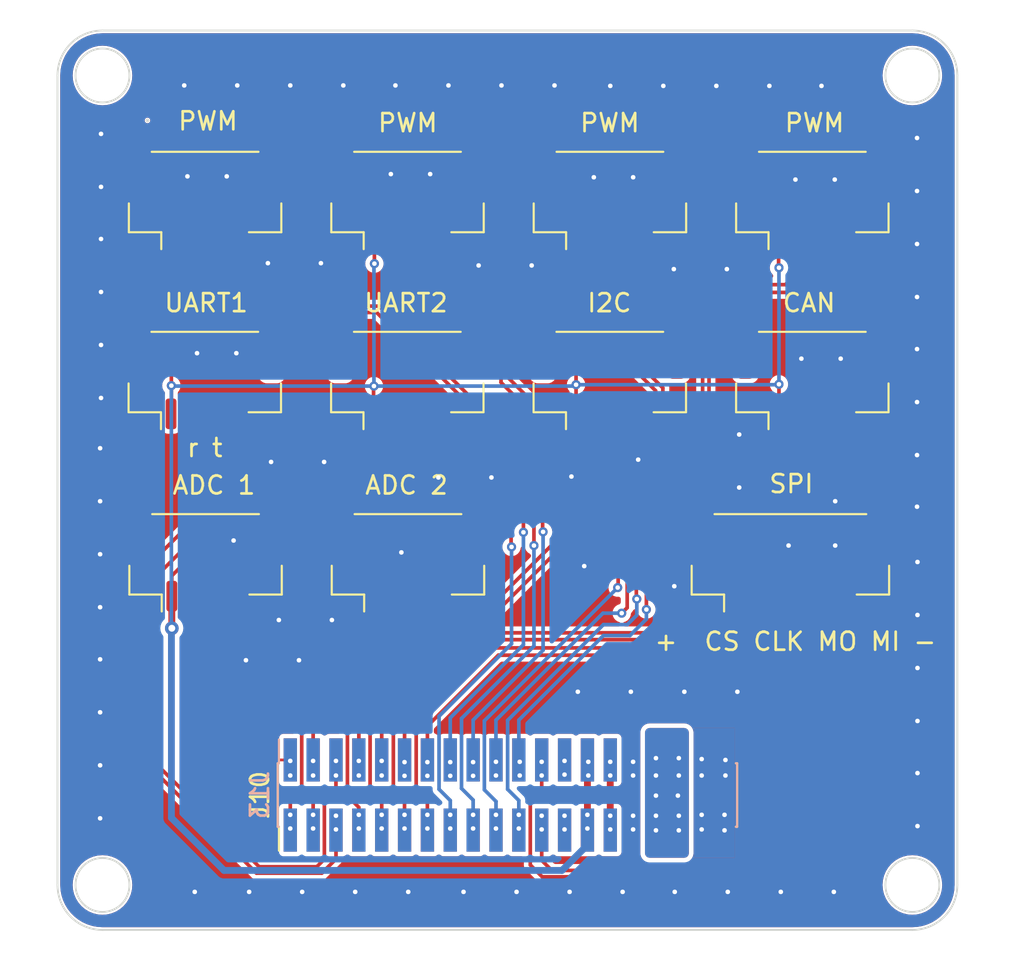
<source format=kicad_pcb>
(kicad_pcb (version 20221018) (generator pcbnew)
  (title_block (date "2023-06-14"))
  (layers (0 "F.Cu" signal) (31 "B.Cu" signal) (34 "B.Paste" user) (35 "F.Paste" user) (36 "B.SilkS" user "B.Silkscreen") (37 "F.SilkS" user "F.Silkscreen") (38 "B.Mask" user) (39 "F.Mask" user) (44 "Edge.Cuts" user))
  (net 0 "")
  (net 1 "+3.3V")
  (net 2 "GND")
  (net 3 "/SPI_CS")
  (net 4 "/SPI_CLK")
  (net 5 "/SPI_MOSI")
  (net 6 "/SPI_MISO")
  (net 7 "/I2C_CLK")
  (net 8 "/PWM_1")
  (net 9 "/PWM_2")
  (net 10 "/PWM_3")
  (net 11 "/PWM_4")
  (net 12 "/PWM_5")
  (net 13 "/PWM_6")
  (net 14 "/PWM_7")
  (net 15 "/PWM_8")
  (net 16 "/ADC_1")
  (net 17 "/ADC_3")
  (net 18 "/ADC_4")
  (net 19 "/UART1_RX")
  (net 20 "/UART1_TX")
  (net 21 "/ADC_2")
  (net 22 "/I2C_SDA")
  (net 23 "/UART2_RX")
  (net 24 "/CAN_L")
  (net 25 "/CAN_H")
  (net 26 "/USB-")
  (net 27 "/USB+")
  (net 28 "/+5V")
  (net 29 "/VBAT")
  (net 30 "/UART2_TX")
  (footprint "Connector_JST:JST_GH_BM04B-GHS-TBT_1x04-1MP_P1.25mm_Vertical" (layer "F.Cu") (at 58.9218 40.073)
    (fp_text reference "J2" hide)
    (fp_text value "PWM")
  )
  (footprint "Connector_JST:JST_GH_BM04B-GHS-TBT_1x04-1MP_P1.25mm_Vertical" (layer "F.Cu") (at 58.9052 50.0806)
    (fp_text reference "J12" hide)
    (fp_text value "UART1")
  )
  (footprint "Connector_JST:JST_GH_BM04B-GHS-TBT_1x04-1MP_P1.25mm_Vertical" (layer "F.Cu") (at 70.168466 40.073)
    (fp_text reference "J5" hide)
    (fp_text value "PWM")
  )
  (footprint "Connector_JST:JST_GH_BM04B-GHS-TBT_1x04-1MP_P1.25mm_Vertical" (layer "F.Cu") (at 70.194266 60.2152)
    (fp_text reference "J11" hide)
    (fp_text value "ADC 2")
  )
  (footprint "Connector_JST:JST_GH_BM06B-GHS-TBT_1x06-1MP_P1.25mm_Vertical" (layer "F.Cu") (at 91.4426 60.2152)
    (fp_text reference "J1" hide)
    (fp_text value "SPI")
  )
  (footprint "Connector_JST:JST_GH_BM04B-GHS-TBT_1x04-1MP_P1.25mm_Vertical" (layer "F.Cu") (at 81.415132 40.073)
    (fp_text reference "J7" hide)
    (fp_text value "PWM")
  )
  (footprint "Connector_JST:JST_GH_BM04B-GHS-TBT_1x04-1MP_P1.25mm_Vertical" (layer "F.Cu") (at 81.408532 50.0806)
    (fp_text reference "J4" hide)
    (fp_text value "I2C")
  )
  (footprint "Connector_JST:JST_GH_BM04B-GHS-TBT_1x04-1MP_P1.25mm_Vertical" (layer "F.Cu") (at 92.6618 40.073)
    (fp_text reference "J8" hide)
    (fp_text value "PWM")
  )
  (footprint "Connector_PinHeader_1.27mm:PinHeader_2x20_P1.27mm_Vertical_SMD" (layer "F.Cu") (at 75.72 73.22 90)
    (fp_text reference "J10")
    (fp_text value "Conn_02x20_Odd_Even")
  )
  (footprint "Connector_JST:JST_GH_BM04B-GHS-TBT_1x04-1MP_P1.25mm_Vertical" (layer "F.Cu") (at 92.6602 50.0806)
    (fp_text reference "J6" hide)
    (fp_text value "CAN")
  )
  (footprint "Connector_JST:JST_GH_BM04B-GHS-TBT_1x04-1MP_P1.25mm_Vertical" (layer "F.Cu") (at 70.156866 50.0806)
    (fp_text reference "J3" hide)
    (fp_text value "UART2")
  )
  (footprint "Connector_JST:JST_GH_BM04B-GHS-TBT_1x04-1MP_P1.25mm_Vertical" (layer "F.Cu") (at 58.9476 60.2152)
    (fp_text reference "J9" hide)
    (fp_text value "ADC 1")
  )
  (footprint "Connector_PinHeader_1.27mm:PinHeader_2x20_P1.27mm_Vertical_SMD" (layer "B.Cu") (at 75.72 73.22 -90)
    (fp_text reference "J13")
    (fp_text value "Conn_02x20_Odd_Even")
  )
  (gr_circle locked (center 55.72 35.72) (end 55.72 35.72) (stroke (width 0.1)) (fill none) (layer "Edge.Cuts"))
  (gr_arc locked (start 50.72 33.22) (mid 51.452233 31.452233) (end 53.22 30.72) (stroke (width 0.1)) (layer "Edge.Cuts"))
  (gr_circle locked (center 98.22 78.22) (end 96.72 78.22) (stroke (width 0.1)) (fill none) (layer "Edge.Cuts"))
  (gr_circle locked (center 53.22 33.22) (end 54.72 33.22) (stroke (width 0.1)) (fill none) (layer "Edge.Cuts"))
  (gr_line locked (start 98.22 30.72) (end 53.22 30.72) (stroke (width 0.1)) (layer "Edge.Cuts"))
  (gr_arc locked (start 98.22 30.72) (mid 99.987767 31.452233) (end 100.72 33.22) (stroke (width 0.1)) (layer "Edge.Cuts"))
  (gr_arc locked (start 100.72 78.22) (mid 99.987767 79.987767) (end 98.22 80.72) (stroke (width 0.1)) (layer "Edge.Cuts"))
  (gr_circle locked (center 98.22 33.22) (end 98.22 34.72) (stroke (width 0.1)) (fill none) (layer "Edge.Cuts"))
  (gr_line locked (start 50.72 33.22) (end 50.72 78.22) (stroke (width 0.1)) (layer "Edge.Cuts"))
  (gr_arc locked (start 53.22 80.72) (mid 51.452233 79.987767) (end 50.72 78.22) (stroke (width 0.1)) (layer "Edge.Cuts"))
  (gr_line locked (start 53.22 80.72) (end 98.22 80.72) (stroke (width 0.1)) (layer "Edge.Cuts"))
  (gr_circle locked (center 53.22 78.22) (end 53.22 76.72) (stroke (width 0.1)) (fill none) (layer "Edge.Cuts"))
  (gr_line locked (start 100.72 78.22) (end 100.72 33.22) (stroke (width 0.1)) (layer "Edge.Cuts"))
  (segment (start 66.750266 60.5962) (end 57.5082 60.5962) (width 0.2032) (layer "F.Cu") (net 1))
  (segment (start 57.0726 61.0318) (end 57.0726 62.1652) (width 0.2032) (layer "F.Cu") (net 1))
  (segment (start 57.0468 42.023) (end 57.0468 52.014) (width 0.2032) (layer "F.Cu") (net 1))
  (segment (start 68.3286 43.6798) (end 68.3286 42.058134) (width 0.2032) (layer "F.Cu") (net 1))
  (segment (start 79.533532 42.0296) (end 79.540132 42.023) (width 0.2032) (layer "F.Cu") (net 1))
  (segment (start 57.0468 42.023) (end 57.0468 40.7122) (width 0.2032) (layer "F.Cu") (net 1))
  (segment (start 79.540132 40.845132) (end 79.540132 42.023) (width 0.2032) (layer "F.Cu") (net 1))
  (segment (start 68.281866 50.508334) (end 68.3032 50.487) (width 0.2032) (layer "F.Cu") (net 1))
  (segment (start 80.1396 40.4286) (end 90.4012 40.4286) (width 0.2032) (layer "F.Cu") (net 1))
  (segment (start 68.3286 42.058134) (end 68.293466 42.023) (width 0.2032) (layer "F.Cu") (net 1))
  (segment (start 57.0726 63.949) (end 57.0726 62.1652) (width 0.381) (layer "F.Cu") (net 1))
  (segment (start 57.0468 52.014) (end 57.0302 52.0306) (width 0.2032) (layer "F.Cu") (net 1))
  (segment (start 88.293 62.1406) (end 88.3176 62.1652) (width 0.2032) (layer "F.Cu") (net 1))
  (segment (start 90.7868 42.023) (end 90.7868 43.8876) (width 0.2032) (layer "F.Cu") (net 1))
  (segment (start 68.7604 40.4286) (end 79.1236 40.4286) (width 0.2032) (layer "F.Cu") (net 1))
  (segment (start 79.533532 50.4108) (end 79.533532 42.0296) (width 0.2032) (layer "F.Cu") (net 1))
  (segment (start 80.165 71.27) (end 80.165 75.17) (width 0.381) (layer "F.Cu") (net 1))
  (segment (start 90.7852 57.4944) (end 88.293 59.9866) (width 0.2032) (layer "F.Cu") (net 1))
  (segment (start 68.293466 40.895534) (end 68.7604 40.4286) (width 0.2032) (layer "F.Cu") (net 1))
  (segment (start 57.3558 40.4032) (end 67.7444 40.4032) (width 0.2032) (layer "F.Cu") (net 1))
  (segment (start 90.4012 40.4286) (end 90.7868 40.8142) (width 0.2032) (layer "F.Cu") (net 1))
  (segment (start 90.8076 50.3854) (end 90.8076 52.0082) (width 0.2032) (layer "F.Cu") (net 1))
  (segment (start 67.7444 40.4032) (end 68.293466 40.952266) (width 0.2032) (layer "F.Cu") (net 1))
  (segment (start 68.293466 42.023) (end 68.293466 40.895534) (width 0.2032) (layer "F.Cu") (net 1))
  (segment (start 90.7868 40.8142) (end 90.7868 42.023) (width 0.2032) (layer "F.Cu") (net 1))
  (segment (start 57.5082 60.5962) (end 57.0726 61.0318) (width 0.2032) (layer "F.Cu") (net 1))
  (segment (start 68.319266 62.1652) (end 66.750266 60.5962) (width 0.2032) (layer "F.Cu") (net 1))
  (segment (start 68.293466 40.952266) (end 68.293466 42.023) (width 0.2032) (layer "F.Cu") (net 1))
  (segment (start 90.7852 52.0306) (end 90.7852 57.4944) (width 0.2032) (layer "F.Cu") (net 1))
  (segment (start 68.319266 52.068) (end 68.281866 52.0306) (width 0.2032) (layer "F.Cu") (net 1))
  (segment (start 79.540132 42.023) (end 79.540132 41.028068) (width 0.2032) (layer "F.Cu") (net 1))
  (segment (start 90.8076 52.0082) (end 90.7852 52.0306) (width 0.2032) (layer "F.Cu") (net 1))
  (segment (start 68.281866 52.0306) (end 68.281866 50.508334) (width 0.2032) (layer "F.Cu") (net 1))
  (segment (start 68.319266 62.1652) (end 68.319266 52.068) (width 0.2032) (layer "F.Cu") (net 1))
  (segment (start 57.0468 40.7122) (end 57.3558 40.4032) (width 0.2032) (layer "F.Cu") (net 1))
  (segment (start 79.533532 52.0306) (end 79.533532 50.4108) (width 0.2032) (layer "F.Cu") (net 1))
  (segment (start 79.540132 41.028068) (end 80.1396 40.4286) (width 0.2032) (layer "F.Cu") (net 1))
  (segment (start 88.293 59.9866) (end 88.293 62.1406) (width 0.2032) (layer "F.Cu") (net 1))
  (segment (start 90.7868 43.8876) (end 90.8076 43.9084) (width 0.2032) (layer "F.Cu") (net 1))
  (segment (start 79.1236 40.4286) (end 79.540132 40.845132) (width 0.2032) (layer "F.Cu") (net 1))
  (via (at 57.0726 63.949) (size 0.762) (drill 0.381) (layers "F.Cu" "B.Cu") (net 1))
  (via (at 80.2132 72.136) (size 0.508) (drill 0.254) (layers "F.Cu" "B.Cu") (net 1))
  (via (at 90.8076 50.3854) (size 0.508) (drill 0.254) (layers "F.Cu" "B.Cu") (net 1))
  (via (at 79.533532 50.4108) (size 0.508) (drill 0.254) (layers "F.Cu" "B.Cu") (net 1))
  (via (at 57.0468 50.4616) (size 0.508) (drill 0.254) (layers "F.Cu" "B.Cu") (net 1))
  (via (at 80.1624 74.3204) (size 0.508) (drill 0.254) (layers "F.Cu" "B.Cu") (net 1))
  (via (at 68.3032 50.487) (size 0.508) (drill 0.254) (layers "F.Cu" "B.Cu") (net 1))
  (via (at 68.3286 43.6798) (size 0.508) (drill 0.254) (layers "F.Cu" "B.Cu") (net 1))
  (via (at 80.2132 71.374) (size 0.508) (drill 0.254) (layers "F.Cu" "B.Cu") (net 1))
  (via (at 80.1624 75.0824) (size 0.508) (drill 0.254) (layers "F.Cu" "B.Cu") (net 1))
  (via (at 90.8076 43.9084) (size 0.508) (drill 0.254) (layers "F.Cu" "B.Cu") (net 1))
  (segment (start 68.3032 50.487) (end 79.457332 50.487) (width 0.2032) (layer "B.Cu") (net 1))
  (segment (start 90.7822 50.4108) (end 79.533532 50.4108) (width 0.2032) (layer "B.Cu") (net 1))
  (segment (start 57.0722 50.487) (end 68.3032 50.487) (width 0.2032) (layer "B.Cu") (net 1))
  (segment (start 57.0468 63.9232) (end 57.0468 50.4616) (width 0.2032) (layer "B.Cu") (net 1))
  (segment (start 90.8076 50.3854) (end 90.7822 50.4108) (width 0.2032) (layer "B.Cu") (net 1))
  (segment (start 57.0726 63.949) (end 57.0468 63.9232) (width 0.2032) (layer "B.Cu") (net 1))
  (segment (start 90.8076 50.3854) (end 90.8076 43.9084) (width 0.2032) (layer "B.Cu") (net 1))
  (segment (start 80.165 76) (end 80.165 75.17) (width 0.381) (layer "B.Cu") (net 1))
  (segment (start 59.972 77.411) (end 78.754 77.411) (width 0.381) (layer "B.Cu") (net 1))
  (segment (start 78.754 77.411) (end 80.165 76) (width 0.381) (layer "B.Cu") (net 1))
  (segment (start 68.3032 43.7052) (end 68.3286 43.6798) (width 0.2032) (layer "B.Cu") (net 1))
  (segment (start 68.3032 50.487) (end 68.3032 43.7052) (width 0.2032) (layer "B.Cu") (net 1))
  (segment (start 57.0726 63.949) (end 57.051 63.9706) (width 0.381) (layer "B.Cu") (net 1))
  (segment (start 57.0468 50.4616) (end 57.0722 50.487) (width 0.2032) (layer "B.Cu") (net 1))
  (segment (start 57.051 63.9706) (end 57.051 74.49) (width 0.381) (layer "B.Cu") (net 1))
  (segment (start 57.051 74.49) (end 59.972 77.411) (width 0.381) (layer "B.Cu") (net 1))
  (segment (start 79.457332 50.487) (end 79.533532 50.4108) (width 0.2032) (layer "B.Cu") (net 1))
  (via (at 77.0662 43.7814) (size 0.508) (drill 0.254) (layers "F.Cu" "B.Cu") (net 2))
  (via (at 74.831 55.567) (size 0.508) (drill 0.254) (layers "F.Cu" "B.Cu") (net 2))
  (via (at 66.6014 33.7738) (size 0.508) (drill 0.254) (layers "F.Cu" "B.Cu") (net 2))
  (via (at 88.5978 53.1794) (size 0.508) (drill 0.254) (layers "F.Cu" "B.Cu") (net 2))
  (via (at 62.4104 43.6544) (size 0.508) (drill 0.254) (layers "F.Cu" "B.Cu") (net 2))
  (via (at 98.5038 74.9472) (size 0.508) (drill 0.254) (layers "F.Cu" "B.Cu") (net 2))
  (via (at 86.5124 71.2216) (size 0.508) (drill 0.254) (layers "F.Cu" "B.Cu") (net 2))
  (via (at 98.4784 42.5876) (size 0.508) (drill 0.254) (layers "F.Cu" "B.Cu") (net 2))
  (via (at 53.1394 45.2546) (size 0.508) (drill 0.254) (layers "F.Cu" "B.Cu") (net 2))
  (via (at 87.3278 33.7992) (size 0.508) (drill 0.254) (layers "F.Cu" "B.Cu") (net 2))
  (via (at 69.497 33.7738) (size 0.508) (drill 0.254) (layers "F.Cu" "B.Cu") (net 2))
  (via (at 80.5206 38.8792) (size 0.508) (drill 0.254) (layers "F.Cu" "B.Cu") (net 2))
  (via (at 98.4784 36.6948) (size 0.508) (drill 0.254) (layers "F.Cu" "B.Cu") (net 2))
  (via (at 53.0886 65.6762) (size 0.508) (drill 0.254) (layers "F.Cu" "B.Cu") (net 2))
  (via (at 61.369 78.6048) (size 0.508) (drill 0.254) (layers "F.Cu" "B.Cu") (net 2))
  (via (at 64.3154 78.6048) (size 0.508) (drill 0.254) (layers "F.Cu" "B.Cu") (net 2))
  (via (at 90.2742 33.7992) (size 0.508) (drill 0.254) (layers "F.Cu" "B.Cu") (net 2))
  (via (at 60.5054 59.0722) (size 0.508) (drill 0.254) (layers "F.Cu" "B.Cu") (net 2))
  (via (at 53.1394 48.201) (size 0.508) (drill 0.254) (layers "F.Cu" "B.Cu") (net 2))
  (via (at 53.0886 59.8342) (size 0.508) (drill 0.254) (layers "F.Cu" "B.Cu") (net 2))
  (via (at 69.8272 59.7326) (size 0.508) (drill 0.254) (layers "F.Cu" "B.Cu") (net 2))
  (via (at 76.228 78.6048) (size 0.508) (drill 0.254) (layers "F.Cu" "B.Cu") (net 2))
  (via (at 53.0886 56.8878) (size 0.508) (drill 0.254) (layers "F.Cu" "B.Cu") (net 2))
  (via (at 82.578 67.4796) (size 0.508) (drill 0.254) (layers "F.Cu" "B.Cu") (net 2))
  (via (at 65.9664 63.4918) (size 0.508) (drill 0.254) (layers "F.Cu" "B.Cu") (net 2))
  (via (at 91.341 59.3516) (size 0.508) (drill 0.254) (layers "F.Cu" "B.Cu") (net 2))
  (via (at 82.7024 74.3712) (size 0.508) (drill 0.254) (layers "F.Cu" "B.Cu") (net 2))
  (via (at 93.9318 56.8878) (size 0.508) (drill 0.254) (layers "F.Cu" "B.Cu") (net 2))
  (via (at 81.435 33.7992) (size 0.508) (drill 0.254) (layers "F.Cu" "B.Cu") (net 2))
  (via (at 98.5038 63.2124) (size 0.508) (drill 0.254) (layers "F.Cu" "B.Cu") (net 2))
  (via (at 98.5038 72.0008) (size 0.508) (drill 0.254) (layers "F.Cu" "B.Cu") (net 2))
  (via (at 84.3814 33.7992) (size 0.508) (drill 0.254) (layers "F.Cu" "B.Cu") (net 2))
  (via (at 91.722 39.0062) (size 0.508) (drill 0.254) (layers "F.Cu" "B.Cu") (net 2))
  (via (at 60.1244 38.8284) (size 0.508) (drill 0.254) (layers "F.Cu" "B.Cu") (net 2))
  (via (at 78.3362 33.7738) (size 0.508) (drill 0.254) (layers "F.Cu" "B.Cu") (net 2))
  (via (at 87.912 43.9846) (size 0.508) (drill 0.254) (layers "F.Cu" "B.Cu") (net 2))
  (via (at 86.5124 72.136) (size 0.508) (drill 0.254) (layers "F.Cu" "B.Cu") (net 2))
  (via (at 71.8846 55.567) (size 0.508) (drill 0.254) (layers "F.Cu" "B.Cu") (net 2))
  (via (at 82.1208 78.6048) (size 0.508) (drill 0.254) (layers "F.Cu" "B.Cu") (net 2))
  (via (at 61.1912 65.727) (size 0.508) (drill 0.254) (layers "F.Cu" "B.Cu") (net 2))
  (via (at 98.4784 39.6412) (size 0.508) (drill 0.254) (layers "F.Cu" "B.Cu") (net 2))
  (via (at 57.7622 33.7738) (size 0.508) (drill 0.254) (layers "F.Cu" "B.Cu") (net 2))
  (via (at 58.4734 48.6582) (size 0.508) (drill 0.254) (layers "F.Cu" "B.Cu") (net 2))
  (via (at 53.0886 62.7806) (size 0.508) (drill 0.254) (layers "F.Cu" "B.Cu") (net 2))
  (via (at 53.0886 71.569) (size 0.508) (drill 0.254) (layers "F.Cu" "B.Cu") (net 2))
  (via (at 79.9872 60.4946) (size 0.508) (drill 0.254) (layers "F.Cu" "B.Cu") (net 2))
  (via (at 98.5038 60.266) (size 0.508) (drill 0.254) (layers "F.Cu" "B.Cu") (net 2))
  (via (at 70.2082 78.6048) (size 0.508) (drill 0.254) (layers "F.Cu" "B.Cu") (net 2))
  (via (at 53.1394 36.4662) (size 0.508) (drill 0.254) (layers "F.Cu" "B.Cu") (net 2))
  (via (at 82.7024 72.136) (size 0.508) (drill 0.254) (layers "F.Cu" "B.Cu") (net 2))
  (via (at 67.2618 78.6048) (size 0.508) (drill 0.254) (layers "F.Cu" "B.Cu") (net 2))
  (via (at 79.6316 67.4796) (size 0.508) (drill 0.254) (layers "F.Cu" "B.Cu") (net 2))
  (via (at 65.3568 43.6544) (size 0.508) (drill 0.254) (layers "F.Cu" "B.Cu") (net 2))
  (via (at 93.8556 78.6048) (size 0.508) (drill 0.254) (layers "F.Cu" "B.Cu") (net 2))
  (via (at 90.9092 78.6048) (size 0.508) (drill 0.254) (layers "F.Cu" "B.Cu") (net 2))
  (via (at 85.0164 78.6048) (size 0.508) (drill 0.254) (layers "F.Cu" "B.Cu") (net 2))
  (via (at 93.9318 59.3516) (size 0.508) (drill 0.254) (layers "F.Cu" "B.Cu") (net 2))
  (via (at 98.4784 54.3224) (size 0.508) (drill 0.254) (layers "F.Cu" "B.Cu") (net 2))
  (via (at 87.8332 72.136) (size 0.508) (drill 0.254) (layers "F.Cu" "B.Cu") (net 2))
  (via (at 71.4274 38.7014) (size 0.508) (drill 0.254) (layers "F.Cu" "B.Cu") (net 2))
  (via (at 82.7024 75.1332) (size 0.508) (drill 0.254) (layers "F.Cu" "B.Cu") (net 2))
  (via (at 88.5978 56.1258) (size 0.508) (drill 0.254) (layers "F.Cu" "B.Cu") (net 2))
  (via (at 65.5346 54.7034) (size 0.508) (drill 0.254) (layers "F.Cu" "B.Cu") (net 2))
  (via (at 94.2366 48.963) (size 0.508) (drill 0.254) (layers "F.Cu" "B.Cu") (net 2))
  (via (at 53.1394 39.4126) (size 0.508) (drill 0.254) (layers "F.Cu" "B.Cu") (net 2))
  (via (at 53.0886 68.6226) (size 0.508) (drill 0.254) (layers "F.Cu" "B.Cu") (net 2))
  (via (at 86.5124 74.3204) (size 0.508) (drill 0.254) (layers "F.Cu" "B.Cu") (net 2))
  (via (at 62.5882 54.7034) (size 0.508) (drill 0.254) (layers "F.Cu" "B.Cu") (net 2))
  (via (at 63.655 33.7738) (size 0.508) (drill 0.254) (layers "F.Cu" "B.Cu") (net 2))
  (via (at 63.02 63.4918) (size 0.508) (drill 0.254) (layers "F.Cu" "B.Cu") (net 2))
  (via (at 87.8332 71.2724) (size 0.508) (drill 0.254) (layers "F.Cu" "B.Cu") (net 2))
  (via (at 82.9844 54.5764) (size 0.508) (drill 0.254) (layers "F.Cu" "B.Cu") (net 2))
  (via (at 69.243 38.7014) (size 0.508) (drill 0.254) (layers "F.Cu" "B.Cu") (net 2))
  (via (at 58.3464 78.6048) (size 0.508) (drill 0.254) (layers "F.Cu" "B.Cu") (net 2))
  (via (at 93.1698 33.7992) (size 0.508) (drill 0.254) (layers "F.Cu" "B.Cu") (net 2))
  (via (at 85.5498 67.4796) (size 0.508) (drill 0.254) (layers "F.Cu" "B.Cu") (net 2))
  (via (at 75.3898 33.7738) (size 0.508) (drill 0.254) (layers "F.Cu" "B.Cu") (net 2))
  (via (at 72.4434 33.7738) (size 0.508) (drill 0.254) (layers "F.Cu" "B.Cu") (net 2))
  (via (at 57.94 38.8284) (size 0.508) (drill 0.254) (layers "F.Cu" "B.Cu") (net 2))
  (via (at 98.5038 69.1052) (size 0.508) (drill 0.254) (layers "F.Cu" "B.Cu") (net 2))
  (via (at 93.9064 39.0062) (size 0.508) (drill 0.254) (layers "F.Cu" "B.Cu") (net 2))
  (via (at 60.6578 48.6582) (size 0.508) (drill 0.254) (layers "F.Cu" "B.Cu") (net 2))
  (via (at 87.9628 78.6048) (size 0.508) (drill 0.254) (layers "F.Cu" "B.Cu") (net 2))
  (via (at 82.705 38.8792) (size 0.508) (drill 0.254) (layers "F.Cu" "B.Cu") (net 2))
  (via (at 87.7824 75.184) (size 0.508) (drill 0.254) (layers "F.Cu" "B.Cu") (net 2))
  (via (at 98.4784 48.4296) (size 0.508) (drill 0.254) (layers "F.Cu" "B.Cu") (net 2))
  (via (at 53.0886 74.5154) (size 0.508) (drill 0.254) (layers "F.Cu" "B.Cu") (net 2))
  (via (at 60.7086 33.7738) (size 0.508) (drill 0.254) (layers "F.Cu" "B.Cu") (net 2))
  (via (at 98.4784 45.534) (size 0.508) (drill 0.254) (layers "F.Cu" "B.Cu") (net 2))
  (via (at 84.9656 43.9846) (size 0.508) (drill 0.254) (layers "F.Cu" "B.Cu") (net 2))
  (via (at 98.4784 51.376) (size 0.508) (drill 0.254) (layers "F.Cu" "B.Cu") (net 2))
  (via (at 53.1394 42.3082) (size 0.508) (drill 0.254) (layers "F.Cu" "B.Cu") (net 2))
  (via (at 73.2816 78.6048) (size 0.508) (drill 0.254) (layers "F.Cu" "B.Cu") (net 2))
  (via (at 64.1376 65.727) (size 0.508) (drill 0.254) (layers "F.Cu" "B.Cu") (net 2))
  (via (at 98.5038 66.1588) (size 0.508) (drill 0.254) (layers "F.Cu" "B.Cu") (net 2))
  (via (at 53.1394 51.1474) (size 0.508) (drill 0.254) (layers "F.Cu" "B.Cu") (net 2))
  (via (at 74.1198 43.7814) (size 0.508) (drill 0.254) (layers "F.Cu" "B.Cu") (net 2))
  (via (at 86.5124 75.1332) (size 0.508) (drill 0.254) (layers "F.Cu" "B.Cu") (net 2))
  (via (at 82.7024 71.374) (size 0.508) (drill 0.254) (layers "F.Cu" "B.Cu") (net 2))
  (via (at 88.4962 67.4796) (size 0.508) (drill 0.254) (layers "F.Cu" "B.Cu") (net 2))
  (via (at 53.0886 53.9414) (size 0.508) (drill 0.254) (layers "F.Cu" "B.Cu") (net 2))
  (via (at 84.991 61.6122) (size 0.508) (drill 0.254) (layers "F.Cu" "B.Cu") (net 2))
  (via (at 79.276 55.5162) (size 0.508) (drill 0.254) (layers "F.Cu" "B.Cu") (net 2))
  (via (at 87.7824 74.3204) (size 0.508) (drill 0.254) (layers "F.Cu" "B.Cu") (net 2))
  (via (at 98.4784 57.1926) (size 0.508) (drill 0.254) (layers "F.Cu" "B.Cu") (net 2))
  (via (at 79.1744 78.6048) (size 0.508) (drill 0.254) (layers "F.Cu" "B.Cu") (net 2))
  (via (at 92.0522 48.963) (size 0.508) (drill 0.254) (layers "F.Cu" "B.Cu") (net 2))
  (segment (start 89.5676 62.1652) (end 89.5676 63.5634) (width 0.2032) (layer "F.Cu") (net 3))
  (segment (start 89.5676 63.5634) (end 88.928 64.203) (width 0.2032) (layer "F.Cu") (net 3))
  (segment (start 74.7294 64.203) (end 69.381 69.5514) (width 0.2032) (layer "F.Cu") (net 3))
  (segment (start 70.0024 75.0824) (end 70.0024 73.5874) (width 0.2032) (layer "F.Cu") (net 3))
  (segment (start 69.381 69.5514) (end 69.381 72.966) (width 0.2032) (layer "F.Cu") (net 3))
  (segment (start 70.0024 73.5874) (end 69.381 72.966) (width 0.2032) (layer "F.Cu") (net 3))
  (segment (start 88.928 64.203) (end 74.7294 64.203) (width 0.2032) (layer "F.Cu") (net 3))
  (via (at 70.0024 74.3204) (size 0.508) (drill 0.254) (layers "F.Cu" "B.Cu") (net 3))
  (via (at 70.0024 75.0824) (size 0.508) (drill 0.254) (layers "F.Cu" "B.Cu") (net 3))
  (segment (start 74.9072 64.584) (end 70.005 69.4862) (width 0.2032) (layer "F.Cu") (net 4))
  (segment (start 90.8176 62.1652) (end 90.8176 64.066) (width 0.2032) (layer "F.Cu") (net 4))
  (segment (start 70.005 69.4862) (end 70.005 71.27) (width 0.2032) (layer "F.Cu") (net 4))
  (segment (start 90.8176 64.066) (end 90.2996 64.584) (width 0.2032) (layer "F.Cu") (net 4))
  (segment (start 90.2996 64.584) (end 74.9072 64.584) (width 0.2032) (layer "F.Cu") (net 4))
  (via (at 70.0024 72.1532) (size 0.508) (drill 0.254) (layers "F.Cu" "B.Cu") (net 4))
  (via (at 70.0024 71.3912) (size 0.508) (drill 0.254) (layers "F.Cu" "B.Cu") (net 4))
  (segment (start 71.2724 75.0824) (end 71.2724 73.562) (width 0.2032) (layer "F.Cu") (net 5))
  (segment (start 92.0676 64.2892) (end 92.0676 62.1652) (width 0.2032) (layer "F.Cu") (net 5))
  (segment (start 91.3156 65.0412) (end 92.0676 64.2892) (width 0.2032) (layer "F.Cu") (net 5))
  (segment (start 70.651 69.4498) (end 75.0596 65.0412) (width 0.2032) (layer "F.Cu") (net 5))
  (segment (start 70.651 72.9406) (end 70.651 69.4498) (width 0.2032) (layer "F.Cu") (net 5))
  (segment (start 75.0596 65.0412) (end 91.3156 65.0412) (width 0.2032) (layer "F.Cu") (net 5))
  (segment (start 71.2724 73.562) (end 70.651 72.9406) (width 0.2032) (layer "F.Cu") (net 5))
  (via (at 71.2724 74.3204) (size 0.508) (drill 0.254) (layers "F.Cu" "B.Cu") (net 5))
  (via (at 71.2724 75.0824) (size 0.508) (drill 0.254) (layers "F.Cu" "B.Cu") (net 5))
  (segment (start 93.3176 64.1822) (end 92.0522 65.4476) (width 0.2032) (layer "F.Cu") (net 6))
  (segment (start 71.275 69.3846) (end 71.275 71.27) (width 0.2032) (layer "F.Cu") (net 6))
  (segment (start 93.3176 62.1652) (end 93.3176 64.1822) (width 0.2032) (layer "F.Cu") (net 6))
  (segment (start 75.212 65.4476) (end 71.275 69.3846) (width 0.2032) (layer "F.Cu") (net 6))
  (segment (start 92.0522 65.4476) (end 75.212 65.4476) (width 0.2032) (layer "F.Cu") (net 6))
  (via (at 71.2724 71.3912) (size 0.508) (drill 0.254) (layers "F.Cu" "B.Cu") (net 6))
  (via (at 71.2724 72.1532) (size 0.508) (drill 0.254) (layers "F.Cu" "B.Cu") (net 6))
  (segment (start 68.735 69.41) (end 68.735 71.27) (width 0.2032) (layer "F.Cu") (net 7))
  (segment (start 82.033532 52.0306) (end 82.033532 56.111468) (width 0.2032) (layer "F.Cu") (net 7))
  (segment (start 82.033532 56.111468) (end 68.735 69.41) (width 0.2032) (layer "F.Cu") (net 7))
  (via (at 68.7324 71.3232) (size 0.508) (drill 0.254) (layers "F.Cu" "B.Cu") (net 7))
  (via (at 68.7324 72.136) (size 0.508) (drill 0.254) (layers "F.Cu" "B.Cu") (net 7))
  (segment (start 75.9232 58.3102) (end 75.9232 59.4024) (width 0.2032) (layer "F.Cu") (net 8))
  (segment (start 75.9232 53.8652) (end 75.9232 58.3102) (width 0.2032) (layer "F.Cu") (net 8))
  (segment (start 58.2968 42.023) (end 58.2968 43.5286) (width 0.2032) (layer "F.Cu") (net 8))
  (segment (start 58.2968 43.5286) (end 61.1658 46.3976) (width 0.2032) (layer "F.Cu") (net 8))
  (segment (start 61.1658 46.3976) (end 68.4556 46.3976) (width 0.2032) (layer "F.Cu") (net 8))
  (segment (start 75.9232 59.4024) (end 75.9486 59.4278) (width 0.2032) (layer "F.Cu") (net 8))
  (segment (start 68.4556 46.3976) (end 75.9232 53.8652) (width 0.2032) (layer "F.Cu") (net 8))
  (via (at 72.5424 74.3204) (size 0.508) (drill 0.254) (layers "F.Cu" "B.Cu") (net 8))
  (via (at 72.5424 75.0824) (size 0.508) (drill 0.254) (layers "F.Cu" "B.Cu") (net 8))
  (via (at 75.9486 59.4278) (size 0.508) (drill 0.254) (layers "F.Cu" "B.Cu") (net 8))
  (segment (start 71.921 68.8402) (end 71.921 72.9008) (width 0.2032) (layer "B.Cu") (net 8))
  (segment (start 72.545 73.5248) (end 72.545 75.17) (width 0.2032) (layer "B.Cu") (net 8))
  (segment (start 75.9486 64.8126) (end 71.921 68.8402) (width 0.2032) (layer "B.Cu") (net 8))
  (segment (start 71.921 72.9008) (end 72.545 73.5248) (width 0.2032) (layer "B.Cu") (net 8))
  (segment (start 75.9486 59.4278) (end 75.9486 64.8126) (width 0.2032) (layer "B.Cu") (net 8))
  (segment (start 61.6992 46.042) (end 68.602894 46.042) (width 0.2032) (layer "F.Cu") (net 9))
  (segment (start 76.609 54.048106) (end 76.609 56.8624) (width 0.2032) (layer "F.Cu") (net 9))
  (segment (start 76.609 56.8624) (end 76.609 58.615) (width 0.2032) (layer "F.Cu") (net 9))
  (segment (start 68.602894 46.042) (end 76.609 54.048106) (width 0.2032) (layer "F.Cu") (net 9))
  (segment (start 59.5468 42.023) (end 59.5468 43.8896) (width 0.2032) (layer "F.Cu") (net 9))
  (segment (start 59.5468 43.8896) (end 61.6992 46.042) (width 0.2032) (layer "F.Cu") (net 9))
  (via (at 76.609 58.615) (size 0.508) (drill 0.254) (layers "F.Cu" "B.Cu") (net 9))
  (via (at 72.5424 72.1532) (size 0.508) (drill 0.254) (layers "F.Cu" "B.Cu") (net 9))
  (via (at 72.5424 71.3912) (size 0.508) (drill 0.254) (layers "F.Cu" "B.Cu") (net 9))
  (segment (start 72.5424 68.93) (end 72.5424 71.3912) (width 0.2032) (layer "B.Cu") (net 9))
  (segment (start 76.609 64.8634) (end 72.5424 68.93) (width 0.2032) (layer "B.Cu") (net 9))
  (segment (start 76.609 58.615) (end 76.609 64.8634) (width 0.2032) (layer "B.Cu") (net 9))
  (segment (start 75.3644 47.865694) (end 75.3644 50.2838) (width 0.2032) (layer "F.Cu") (net 10))
  (segment (start 69.543466 42.023) (end 69.543466 43.751666) (width 0.2032) (layer "F.Cu") (net 10))
  (segment (start 69.543466 43.751666) (end 72.1132 46.3214) (width 0.2032) (layer "F.Cu") (net 10))
  (segment (start 77.1932 57.2434) (end 77.1932 59.3516) (width 0.2032) (layer "F.Cu") (net 10))
  (segment (start 77.1932 52.1126) (end 77.1932 57.2434) (width 0.2032) (layer "F.Cu") (net 10))
  (segment (start 75.3644 50.2838) (end 77.1932 52.1126) (width 0.2032) (layer "F.Cu") (net 10))
  (segment (start 73.820106 46.3214) (end 75.3644 47.865694) (width 0.2032) (layer "F.Cu") (net 10))
  (segment (start 72.1132 46.3214) (end 73.820106 46.3214) (width 0.2032) (layer "F.Cu") (net 10))
  (via (at 77.1932 59.3516) (size 0.508) (drill 0.254) (layers "F.Cu" "B.Cu") (net 10))
  (via (at 73.8124 75.0824) (size 0.508) (drill 0.254) (layers "F.Cu" "B.Cu") (net 10))
  (via (at 73.8124 74.3204) (size 0.508) (drill 0.254) (layers "F.Cu" "B.Cu") (net 10))
  (segment (start 73.815 75.17) (end 73.815 73.4994) (width 0.2032) (layer "B.Cu") (net 10))
  (segment (start 77.1932 64.9396) (end 77.1932 64.2792) (width 0.2032) (layer "B.Cu") (net 10))
  (segment (start 73.169 72.8534) (end 73.169 68.9638) (width 0.2032) (layer "B.Cu") (net 10))
  (segment (start 73.169 68.9638) (end 77.1932 64.9396) (width 0.2032) (layer "B.Cu") (net 10))
  (segment (start 77.1932 59.3516) (end 77.1932 64.2792) (width 0.2032) (layer "B.Cu") (net 10))
  (segment (start 73.815 73.4994) (end 73.169 72.8534) (width 0.2032) (layer "B.Cu") (net 10))
  (segment (start 75.72 47.6676) (end 75.72 49.979) (width 0.2032) (layer "F.Cu") (net 11))
  (segment (start 77.6758 51.9348) (end 77.6758 56.1512) (width 0.2032) (layer "F.Cu") (net 11))
  (segment (start 72.9006 45.9658) (end 74.0182 45.9658) (width 0.2032) (layer "F.Cu") (net 11))
  (segment (start 77.6758 56.1512) (end 77.6758 58.5642) (width 0.2032) (layer "F.Cu") (net 11))
  (segment (start 70.793466 43.858666) (end 72.9006 45.9658) (width 0.2032) (layer "F.Cu") (net 11))
  (segment (start 74.0182 45.9658) (end 75.72 47.6676) (width 0.2032) (layer "F.Cu") (net 11))
  (segment (start 77.6758 58.5642) (end 77.7012 58.5896) (width 0.2032) (layer "F.Cu") (net 11))
  (segment (start 75.72 49.979) (end 77.6758 51.9348) (width 0.2032) (layer "F.Cu") (net 11))
  (segment (start 70.793466 42.023) (end 70.793466 43.858666) (width 0.2032) (layer "F.Cu") (net 11))
  (via (at 77.7012 58.5896) (size 0.508) (drill 0.254) (layers "F.Cu" "B.Cu") (net 11))
  (via (at 73.8124 71.3912) (size 0.508) (drill 0.254) (layers "F.Cu" "B.Cu") (net 11))
  (via (at 73.8124 72.1532) (size 0.508) (drill 0.254) (layers "F.Cu" "B.Cu") (net 11))
  (segment (start 77.7012 65.1682) (end 77.7012 64.3554) (width 0.2032) (layer "B.Cu") (net 11))
  (segment (start 73.815 69.0544) (end 77.7012 65.1682) (width 0.2032) (layer "B.Cu") (net 11))
  (segment (start 73.815 71.27) (end 73.815 69.0544) (width 0.2032) (layer "B.Cu") (net 11))
  (segment (start 77.7012 58.5896) (end 77.7012 64.3554) (width 0.2032) (layer "B.Cu") (net 11))
  (segment (start 83.9496 50.741) (end 80.790132 47.581532) (width 0.2032) (layer "F.Cu") (net 12))
  (segment (start 81.846506 61.6884) (end 81.871906 61.663) (width 0.2032) (layer "F.Cu") (net 12))
  (segment (start 80.790132 47.581532) (end 80.790132 42.023) (width 0.2032) (layer "F.Cu") (net 12))
  (segment (start 81.871906 61.663) (end 81.871906 59.448094) (width 0.2032) (layer "F.Cu") (net 12))
  (segment (start 81.871906 59.448094) (end 83.9496 57.3704) (width 0.2032) (layer "F.Cu") (net 12))
  (segment (start 83.9496 57.3704) (end 83.9496 50.741) (width 0.2032) (layer "F.Cu") (net 12))
  (via (at 81.846506 61.6884) (size 0.508) (drill 0.254) (layers "F.Cu" "B.Cu") (net 12))
  (via (at 75.0824 74.3204) (size 0.508) (drill 0.254) (layers "F.Cu" "B.Cu") (net 12))
  (via (at 75.0824 75.0824) (size 0.508) (drill 0.254) (layers "F.Cu" "B.Cu") (net 12))
  (segment (start 74.439 72.9296) (end 75.085 73.5756) (width 0.2032) (layer "B.Cu") (net 12))
  (segment (start 81.846506 61.6884) (end 74.439 69.095906) (width 0.2032) (layer "B.Cu") (net 12))
  (segment (start 75.085 73.5756) (end 75.085 75.17) (width 0.2032) (layer "B.Cu") (net 12))
  (segment (start 74.439 69.095906) (end 74.439 72.9296) (width 0.2032) (layer "B.Cu") (net 12))
  (segment (start 82.3748 59.448094) (end 84.356 57.466894) (width 0.2032) (layer "F.Cu") (net 13))
  (segment (start 82.07 63.1108) (end 82.3748 62.806) (width 0.2032) (layer "F.Cu") (net 13))
  (segment (start 84.356 50.5886) (end 82.040132 48.272732) (width 0.2032) (layer "F.Cu") (net 13))
  (segment (start 82.040132 48.272732) (end 82.040132 42.023) (width 0.2032) (layer "F.Cu") (net 13))
  (segment (start 84.356 57.466894) (end 84.356 50.5886) (width 0.2032) (layer "F.Cu") (net 13))
  (segment (start 82.3748 62.806) (end 82.3748 59.448094) (width 0.2032) (layer "F.Cu") (net 13))
  (via (at 82.07 63.1108) (size 0.508) (drill 0.254) (layers "F.Cu" "B.Cu") (net 13))
  (via (at 75.0824 72.136) (size 0.508) (drill 0.254) (layers "F.Cu" "B.Cu") (net 13))
  (via (at 75.0824 71.374) (size 0.508) (drill 0.254) (layers "F.Cu" "B.Cu") (net 13))
  (segment (start 81.0286 63.1108) (end 75.0824 69.057) (width 0.2032) (layer "B.Cu") (net 13))
  (segment (start 75.0824 69.057) (end 75.0824 71.374) (width 0.2032) (layer "B.Cu") (net 13))
  (segment (start 82.07 63.1108) (end 81.0286 63.1108) (width 0.2032) (layer "B.Cu") (net 13))
  (segment (start 89.9694 44.8482) (end 86.5658 48.2518) (width 0.2032) (layer "F.Cu") (net 14))
  (segment (start 84.7116 55.9226) (end 84.7116 57.7768) (width 0.2032) (layer "F.Cu") (net 14))
  (segment (start 86.5658 48.2518) (end 86.5658 54.0684) (width 0.2032) (layer "F.Cu") (net 14))
  (segment (start 84.7116 57.7768) (end 82.8828 59.6056) (width 0.2032) (layer "F.Cu") (net 14))
  (segment (start 91.1632 44.8482) (end 89.9694 44.8482) (width 0.2032) (layer "F.Cu") (net 14))
  (segment (start 92.0368 43.9746) (end 91.1632 44.8482) (width 0.2032) (layer "F.Cu") (net 14))
  (segment (start 86.5658 54.0684) (end 84.7116 55.9226) (width 0.2032) (layer "F.Cu") (net 14))
  (segment (start 92.0368 42.023) (end 92.0368 43.9746) (width 0.2032) (layer "F.Cu") (net 14))
  (segment (start 82.8828 59.6056) (end 82.8828 62.2985) (width 0.2032) (layer "F.Cu") (net 14))
  (segment (start 82.8828 62.2985) (end 82.9077 62.3234) (width 0.2032) (layer "F.Cu") (net 14))
  (via (at 76.3524 75.0824) (size 0.508) (drill 0.254) (layers "F.Cu" "B.Cu") (net 14))
  (via (at 76.3524 74.3204) (size 0.508) (drill 0.254) (layers "F.Cu" "B.Cu") (net 14))
  (via (at 82.9077 62.3234) (size 0.508) (drill 0.254) (layers "F.Cu" "B.Cu") (net 14))
  (segment (start 76.3524 73.5222) (end 75.731 72.9008) (width 0.2032) (layer "B.Cu") (net 14))
  (segment (start 82.382021 63.7458) (end 82.9077 63.220121) (width 0.2032) (layer "B.Cu") (net 14))
  (segment (start 82.9077 63.220121) (end 82.9077 63.06) (width 0.2032) (layer "B.Cu") (net 14))
  (segment (start 76.3524 75.0824) (end 76.3524 73.5222) (width 0.2032) (layer "B.Cu") (net 14))
  (segment (start 75.731 72.9008) (end 75.731 69.0688) (width 0.2032) (layer "B.Cu") (net 14))
  (segment (start 81.054 63.7458) (end 82.382021 63.7458) (width 0.2032) (layer "B.Cu") (net 14))
  (segment (start 75.731 69.0688) (end 81.054 63.7458) (width 0.2032) (layer "B.Cu") (net 14))
  (segment (start 82.9077 62.3234) (end 82.9077 63.06) (width 0.2032) (layer "B.Cu") (net 14))
  (segment (start 90.071 45.28) (end 86.9214 48.4296) (width 0.2032) (layer "F.Cu") (net 15))
  (segment (start 85.0672 57.9292) (end 83.8226 59.1738) (width 0.2032) (layer "F.Cu") (net 15))
  (segment (start 93.2868 43.4104) (end 91.4172 45.28) (width 0.2032) (layer "F.Cu") (net 15))
  (segment (start 91.4172 45.28) (end 90.071 45.28) (width 0.2032) (layer "F.Cu") (net 15))
  (segment (start 85.0672 56.069894) (end 85.0672 57.9292) (width 0.2032) (layer "F.Cu") (net 15))
  (segment (start 93.2868 42.023) (end 93.2868 43.4104) (width 0.2032) (layer "F.Cu") (net 15))
  (segment (start 83.8226 59.1738) (end 83.4416 59.5548) (width 0.2032) (layer "F.Cu") (net 15))
  (segment (start 83.4416 59.5548) (end 83.4416 62.9076) (width 0.2032) (layer "F.Cu") (net 15))
  (segment (start 86.9214 48.4296) (end 86.9214 54.215694) (width 0.2032) (layer "F.Cu") (net 15))
  (segment (start 86.9214 54.215694) (end 85.0672 56.069894) (width 0.2032) (layer "F.Cu") (net 15))
  (via (at 76.4032 71.374) (size 0.508) (drill 0.254) (layers "F.Cu" "B.Cu") (net 15))
  (via (at 76.4032 72.136) (size 0.508) (drill 0.254) (layers "F.Cu" "B.Cu") (net 15))
  (via (at 83.4416 62.9076) (size 0.508) (drill 0.254) (layers "F.Cu" "B.Cu") (net 15))
  (segment (start 76.355 71.27) (end 76.355 69.0544) (width 0.2032) (layer "B.Cu") (net 15))
  (segment (start 82.5272 64.3554) (end 83.4416 63.441) (width 0.2032) (layer "B.Cu") (net 15))
  (segment (start 83.4416 63.441) (end 83.4416 62.9076) (width 0.2032) (layer "B.Cu") (net 15))
  (segment (start 76.355 69.0544) (end 81.054 64.3554) (width 0.2032) (layer "B.Cu") (net 15))
  (segment (start 81.054 64.3554) (end 82.5272 64.3554) (width 0.2032) (layer "B.Cu") (net 15))
  (segment (start 63.655 73.4232) (end 63.655 75.17) (width 0.2032) (layer "F.Cu") (net 16))
  (segment (start 58.3226 68.0908) (end 63.655 73.4232) (width 0.2032) (layer "F.Cu") (net 16))
  (segment (start 58.3226 62.1652) (end 58.3226 68.0908) (width 0.2032) (layer "F.Cu") (net 16))
  (via (at 63.6524 74.3204) (size 0.508) (drill 0.254) (layers "F.Cu" "B.Cu") (net 16))
  (via (at 63.6524 75.0824) (size 0.508) (drill 0.254) (layers "F.Cu" "B.Cu") (net 16))
  (segment (start 69.569266 64.206934) (end 64.29 69.4862) (width 0.2032) (layer "F.Cu") (net 17))
  (segment (start 64.29 69.4862) (end 64.29 72.8644) (width 0.2032) (layer "F.Cu") (net 17))
  (segment (start 69.569266 62.1652) (end 69.569266 64.206934) (width 0.2032) (layer "F.Cu") (net 17))
  (segment (start 64.29 72.8644) (end 64.925 73.4994) (width 0.2032) (layer "F.Cu") (net 17))
  (segment (start 64.925 73.4994) (end 64.925 75.17) (width 0.2032) (layer "F.Cu") (net 17))
  (via (at 64.9224 74.3204) (size 0.508) (drill 0.254) (layers "F.Cu" "B.Cu") (net 17))
  (via (at 64.9224 75.0824) (size 0.508) (drill 0.254) (layers "F.Cu" "B.Cu") (net 17))
  (segment (start 64.925 71.27) (end 64.925 69.5878) (width 0.2032) (layer "F.Cu") (net 18))
  (segment (start 64.925 69.5878) (end 70.819266 63.693534) (width 0.2032) (layer "F.Cu") (net 18))
  (segment (start 70.819266 63.693534) (end 70.819266 62.1652) (width 0.2032) (layer "F.Cu") (net 18))
  (via (at 64.9224 72.136) (size 0.508) (drill 0.254) (layers "F.Cu" "B.Cu") (net 18))
  (via (at 64.9224 71.3232) (size 0.508) (drill 0.254) (layers "F.Cu" "B.Cu") (net 18))
  (segment (start 61.7754 77.5634) (end 65.4076 77.5634) (width 0.2032) (layer "F.Cu") (net 19))
  (segment (start 58.2802 52.0306) (end 58.2802 57.9446) (width 0.2032) (layer "F.Cu") (net 19))
  (segment (start 58.2802 57.9446) (end 55.908 60.3168) (width 0.2032) (layer "F.Cu") (net 19))
  (segment (start 65.4076 77.5634) (end 66.195 76.776) (width 0.2032) (layer "F.Cu") (net 19))
  (segment (start 66.195 76.776) (end 66.195 75.17) (width 0.2032) (layer "F.Cu") (net 19))
  (segment (start 55.908 60.3168) (end 55.908 71.696) (width 0.2032) (layer "F.Cu") (net 19))
  (segment (start 55.908 71.696) (end 61.7754 77.5634) (width 0.2032) (layer "F.Cu") (net 19))
  (via (at 66.1924 75.1332) (size 0.508) (drill 0.254) (layers "F.Cu" "B.Cu") (net 19))
  (via (at 66.1924 74.3712) (size 0.508) (drill 0.254) (layers "F.Cu" "B.Cu") (net 19))
  (segment (start 56.3144 60.9518) (end 59.5302 57.736) (width 0.2032) (layer "F.Cu") (net 20))
  (segment (start 65.1282 77.2078) (end 61.922694 77.2078) (width 0.2032) (layer "F.Cu") (net 20))
  (segment (start 61.922694 77.2078) (end 56.3144 71.599506) (width 0.2032) (layer "F.Cu") (net 20))
  (segment (start 65.549 76.787) (end 65.1282 77.2078) (width 0.2032) (layer "F.Cu") (net 20))
  (segment (start 59.5302 57.736) (end 59.5302 52.0306) (width 0.2032) (layer "F.Cu") (net 20))
  (segment (start 66.1924 72.9576) (end 65.549 73.601) (width 0.2032) (layer "F.Cu") (net 20))
  (segment (start 65.549 73.601) (end 65.549 76.787) (width 0.2032) (layer "F.Cu") (net 20))
  (segment (start 56.3144 71.599506) (end 56.3144 60.9518) (width 0.2032) (layer "F.Cu") (net 20))
  (segment (start 66.1924 71.3232) (end 66.1924 72.9576) (width 0.2032) (layer "F.Cu") (net 20))
  (via (at 66.1924 71.3232) (size 0.508) (drill 0.254) (layers "F.Cu" "B.Cu") (net 20))
  (via (at 66.1924 72.136) (size 0.508) (drill 0.254) (layers "F.Cu" "B.Cu") (net 20))
  (segment (start 59.5726 68.3502) (end 59.5726 62.1652) (width 0.1524) (layer "F.Cu") (net 21))
  (segment (start 62.4924 71.27) (end 59.5726 68.3502) (width 0.1524) (layer "F.Cu") (net 21))
  (segment (start 63.655 71.27) (end 62.4924 71.27) (width 0.1524) (layer "F.Cu") (net 21))
  (via (at 63.6524 71.3232) (size 0.508) (drill 0.254) (layers "F.Cu" "B.Cu") (net 21))
  (via (at 63.6524 72.136) (size 0.508) (drill 0.254) (layers "F.Cu" "B.Cu") (net 21))
  (segment (start 80.783532 56.726468) (end 68.089 69.421) (width 0.2032) (layer "F.Cu") (net 22))
  (segment (start 80.783532 52.0306) (end 80.783532 56.726468) (width 0.2032) (layer "F.Cu") (net 22))
  (segment (start 68.089 69.421) (end 68.089 72.955) (width 0.2032) (layer "F.Cu") (net 22))
  (segment (start 68.089 72.955) (end 68.735 73.601) (width 0.2032) (layer "F.Cu") (net 22))
  (segment (start 68.735 73.601) (end 68.735 75.17) (width 0.2032) (layer "F.Cu") (net 22))
  (via (at 68.7324 74.3204) (size 0.508) (drill 0.254) (layers "F.Cu" "B.Cu") (net 22))
  (via (at 68.7324 75.0824) (size 0.508) (drill 0.254) (layers "F.Cu" "B.Cu") (net 22))
  (segment (start 69.531866 52.0306) (end 69.497 52.065466) (width 0.2032) (layer "F.Cu") (net 23))
  (segment (start 67.4624 73.9032) (end 67.4624 75.0824) (width 0.2032) (layer "F.Cu") (net 23))
  (segment (start 69.497 57.4974) (end 73.0276 61.028) (width 0.2032) (layer "F.Cu") (net 23))
  (segment (start 69.497 52.065466) (end 69.497 57.4974) (width 0.2032) (layer "F.Cu") (net 23))
  (segment (start 66.83 73.2708) (end 67.4624 73.9032) (width 0.2032) (layer "F.Cu") (net 23))
  (segment (start 66.83 69.283) (end 66.83 73.2708) (width 0.2032) (layer "F.Cu") (net 23))
  (segment (start 73.0276 61.028) (end 73.0276 63.0854) (width 0.2032) (layer "F.Cu") (net 23))
  (segment (start 73.0276 63.0854) (end 66.83 69.283) (width 0.2032) (layer "F.Cu") (net 23))
  (via (at 67.4624 74.3204) (size 0.508) (drill 0.254) (layers "F.Cu" "B.Cu") (net 23))
  (via (at 67.4624 75.0824) (size 0.508) (drill 0.254) (layers "F.Cu" "B.Cu") (net 23))
  (segment (start 76.99 77.1062) (end 76.99 73.6518) (width 0.2032) (layer "F.Cu") (net 24))
  (segment (start 97.7164 56.4814) (end 97.7164 62.044) (width 0.2032) (layer "F.Cu") (net 24))
  (segment (start 96.04 54.805) (end 97.7164 56.4814) (width 0.2032) (layer "F.Cu") (net 24))
  (segment (start 91.1378 75.887) (end 89.2582 77.7666) (width 0.2032) (layer "F.Cu") (net 24))
  (segment (start 77.6504 77.7666) (end 76.99 77.1062) (width 0.2032) (layer "F.Cu") (net 24))
  (segment (start 89.2582 77.7666) (end 77.6504 77.7666) (width 0.2032) (layer "F.Cu") (net 24))
  (segment (start 91.1378 68.6226) (end 91.1378 75.887) (width 0.2032) (layer "F.Cu") (net 24))
  (segment (start 93.2852 52.0306) (end 93.2852 54.1584) (width 0.2032) (layer "F.Cu") (net 24))
  (segment (start 97.7164 62.044) (end 91.1378 68.6226) (width 0.2032) (layer "F.Cu") (net 24))
  (segment (start 76.99 73.6518) (end 77.625 73.0168) (width 0.2032) (layer "F.Cu") (net 24))
  (segment (start 93.9318 54.805) (end 96.04 54.805) (width 0.2032) (layer "F.Cu") (net 24))
  (segment (start 77.625 73.0168) (end 77.625 71.27) (width 0.2032) (layer "F.Cu") (net 24))
  (segment (start 93.2852 54.1584) (end 93.9318 54.805) (width 0.2032) (layer "F.Cu") (net 24))
  (via (at 77.6224 71.374) (size 0.508) (drill 0.254) (layers "F.Cu" "B.Cu") (net 24))
  (via (at 77.6224 72.136) (size 0.508) (drill 0.254) (layers "F.Cu" "B.Cu") (net 24))
  (segment (start 95.994306 55.2622) (end 97.31 56.577894) (width 0.2032) (layer "F.Cu") (net 25))
  (segment (start 92.0352 54.0514) (end 93.246 55.2622) (width 0.2032) (layer "F.Cu") (net 25))
  (segment (start 93.246 55.2622) (end 95.994306 55.2622) (width 0.2032) (layer "F.Cu") (net 25))
  (segment (start 90.706 68.4194) (end 90.706 75.76) (width 0.2032) (layer "F.Cu") (net 25))
  (segment (start 97.31 56.577894) (end 97.31 61.8154) (width 0.2032) (layer "F.Cu") (net 25))
  (segment (start 77.625 75.17) (end 77.625 76.8522) (width 0.2032) (layer "F.Cu") (net 25))
  (segment (start 77.625 76.8522) (end 78.1838 77.411) (width 0.2032) (layer "F.Cu") (net 25))
  (segment (start 89.055 77.411) (end 78.1838 77.411) (width 0.2032) (layer "F.Cu") (net 25))
  (segment (start 92.0352 52.0306) (end 92.0352 54.0514) (width 0.2032) (layer "F.Cu") (net 25))
  (segment (start 90.706 75.76) (end 89.055 77.411) (width 0.2032) (layer "F.Cu") (net 25))
  (segment (start 97.31 61.8154) (end 90.706 68.4194) (width 0.2032) (layer "F.Cu") (net 25))
  (via (at 77.6224 75.1332) (size 0.508) (drill 0.254) (layers "F.Cu" "B.Cu") (net 25))
  (via (at 77.6224 74.3712) (size 0.508) (drill 0.254) (layers "F.Cu" "B.Cu") (net 25))
  (via (at 78.8924 72.0852) (size 0.508) (drill 0.254) (layers "F.Cu" "B.Cu") (net 26))
  (via (at 78.8924 71.3232) (size 0.508) (drill 0.254) (layers "F.Cu" "B.Cu") (net 26))
  (via (at 78.8924 75.1332) (size 0.508) (drill 0.254) (layers "F.Cu" "B.Cu") (net 27))
  (via (at 78.8924 74.3712) (size 0.508) (drill 0.254) (layers "F.Cu" "B.Cu") (net 27))
  (segment (start 81.4324 71.374) (end 81.4324 75.1332) (width 0.381) (layer "F.Cu") (net 28))
  (via (at 81.4324 75.1332) (size 0.508) (drill 0.254) (layers "F.Cu" "B.Cu") (net 28))
  (via (at 81.4324 74.3712) (size 0.508) (drill 0.254) (layers "F.Cu" "B.Cu") (net 28))
  (via (at 81.4324 71.374) (size 0.508) (drill 0.254) (layers "F.Cu" "B.Cu") (net 28))
  (via (at 81.4324 72.136) (size 0.508) (drill 0.254) (layers "F.Cu" "B.Cu") (net 28))
  (via (at 85.1916 73.2536) (size 0.508) (drill 0.254) (layers "F.Cu" "B.Cu") (net 29))
  (via (at 83.9724 75.184) (size 0.508) (drill 0.254) (layers "F.Cu" "B.Cu") (net 29))
  (via (at 85.2424 72.136) (size 0.508) (drill 0.254) (layers "F.Cu" "B.Cu") (net 29))
  (via (at 85.2424 75.184) (size 0.508) (drill 0.254) (layers "F.Cu" "B.Cu") (net 29))
  (via (at 83.9724 71.1708) (size 0.508) (drill 0.254) (layers "F.Cu" "B.Cu") (net 29))
  (via (at 85.2424 71.1708) (size 0.508) (drill 0.254) (layers "F.Cu" "B.Cu") (net 29))
  (via (at 83.9724 74.3712) (size 0.508) (drill 0.254) (layers "F.Cu" "B.Cu") (net 29))
  (via (at 83.9724 72.136) (size 0.508) (drill 0.254) (layers "F.Cu" "B.Cu") (net 29))
  (via (at 85.2424 74.3712) (size 0.508) (drill 0.254) (layers "F.Cu" "B.Cu") (net 29))
  (via (at 83.9724 73.2536) (size 0.508) (drill 0.254) (layers "F.Cu" "B.Cu") (net 29))
  (segment (start 70.781866 58.198066) (end 73.434 60.8502) (width 0.2032) (layer "F.Cu") (net 30))
  (segment (start 67.465 69.283) (end 67.465 71.27) (width 0.2032) (layer "F.Cu") (net 30))
  (segment (start 73.434 60.8502) (end 73.434 63.314) (width 0.2032) (layer "F.Cu") (net 30))
  (segment (start 70.781866 52.0306) (end 70.781866 58.198066) (width 0.2032) (layer "F.Cu") (net 30))
  (segment (start 73.434 63.314) (end 67.465 69.283) (width 0.2032) (layer "F.Cu") (net 30))
  (via (at 67.4624 71.3232) (size 0.508) (drill 0.254) (layers "F.Cu" "B.Cu") (net 30))
  (via (at 67.4624 72.136) (size 0.508) (drill 0.254) (layers "F.Cu" "B.Cu") (net 30))
  (zone (net 2) (net_name "GND") (layers "F&B.Cu") (name "Vbat") (priority 2) (connect_pads yes (clearance 0.254)) (min_thickness 0.254) (fill yes (thermal_gap 0.254) (thermal_bridge_width 0.254) (smoothing fillet) (radius 0.254))
    (polygon (pts (xy 86.106 69.4944) (xy 86.106 76.708) (xy 88.3412 76.708) (xy 88.3412 69.4944)))
  )
  (zone (net 2) (net_name "GND") (layers "F&B.Cu") (priority 1) (connect_pads yes (clearance 0.254)) (min_thickness 0.254) (fill yes (thermal_gap 0.254) (thermal_bridge_width 0.254) (smoothing fillet) (radius 0.127))
    (polygon (pts (xy 47.526 83.38) (xy 104.422 83.38) (xy 104.422 29.024) (xy 47.526 29.024)))
  )
  (zone (net 29) (net_name "/VBAT") (layers "F&B.Cu") (name "Vbat") (priority 2) (connect_pads yes (clearance 0.254)) (min_thickness 0.254) (fill yes (thermal_gap 0.254) (thermal_bridge_width 0.254) (smoothing fillet) (radius 0.254))
    (polygon (pts (xy 83.3628 69.4944) (xy 83.3628 76.708) (xy 85.8012 76.708) (xy 85.8012 69.4944)))
  )
)
</source>
